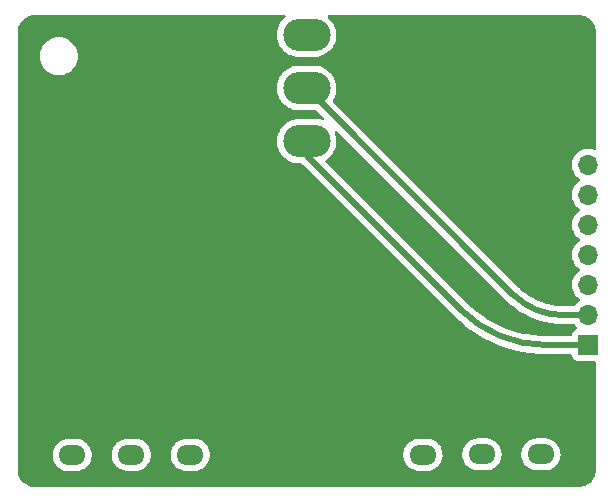
<source format=gbl>
G04 #@! TF.GenerationSoftware,KiCad,Pcbnew,(6.0.11)*
G04 #@! TF.CreationDate,2023-07-08T12:35:04+02:00*
G04 #@! TF.ProjectId,IO Board,494f2042-6f61-4726-942e-6b696361645f,rev?*
G04 #@! TF.SameCoordinates,Original*
G04 #@! TF.FileFunction,Copper,L2,Bot*
G04 #@! TF.FilePolarity,Positive*
%FSLAX46Y46*%
G04 Gerber Fmt 4.6, Leading zero omitted, Abs format (unit mm)*
G04 Created by KiCad (PCBNEW (6.0.11)) date 2023-07-08 12:35:04*
%MOMM*%
%LPD*%
G01*
G04 APERTURE LIST*
G04 #@! TA.AperFunction,ComponentPad*
%ADD10O,2.300000X1.700000*%
G04 #@! TD*
G04 #@! TA.AperFunction,ComponentPad*
%ADD11O,4.000000X2.750000*%
G04 #@! TD*
G04 #@! TA.AperFunction,ComponentPad*
%ADD12R,1.700000X1.700000*%
G04 #@! TD*
G04 #@! TA.AperFunction,ComponentPad*
%ADD13O,1.700000X1.700000*%
G04 #@! TD*
G04 #@! TA.AperFunction,Conductor*
%ADD14C,0.500000*%
G04 #@! TD*
G04 APERTURE END LIST*
D10*
X159041209Y-134686948D03*
X154049520Y-134686948D03*
X149051463Y-134712416D03*
X129345379Y-134715579D03*
X124353690Y-134715579D03*
X119355633Y-134741047D03*
D11*
X139209679Y-108155040D03*
X139209679Y-103655040D03*
X139209679Y-99155040D03*
D12*
X163017200Y-125425200D03*
D13*
X163017200Y-122885200D03*
X163017200Y-120345200D03*
X163017200Y-117805200D03*
X163017200Y-115265200D03*
X163017200Y-112725200D03*
X163017200Y-110185200D03*
D14*
X139209679Y-109390079D02*
X152252223Y-122432623D01*
X159476943Y-125425200D02*
X163017200Y-125425200D01*
X139209679Y-108155040D02*
X139209679Y-109390079D01*
X159476943Y-125425168D02*
G75*
G02*
X152252224Y-122432622I-43J10217268D01*
G01*
X156719912Y-121165273D02*
X139209679Y-103655040D01*
X163017200Y-122885200D02*
X160872184Y-122885200D01*
X156719920Y-121165265D02*
G75*
G03*
X160872184Y-122885200I4152280J4152265D01*
G01*
G04 #@! TA.AperFunction,NonConductor*
G36*
X141733173Y-107269440D02*
G01*
X141781539Y-107299581D01*
X156139617Y-121657659D01*
X156151150Y-121670925D01*
X156165317Y-121689725D01*
X156168074Y-121692560D01*
X156168079Y-121692566D01*
X156172929Y-121697553D01*
X156180177Y-121705006D01*
X156183277Y-121707481D01*
X156184493Y-121708584D01*
X156189667Y-121713047D01*
X156527237Y-122027336D01*
X156528974Y-122028735D01*
X156528980Y-122028741D01*
X156649306Y-122125706D01*
X156896025Y-122324526D01*
X157285076Y-122594649D01*
X157287011Y-122595797D01*
X157690471Y-122835183D01*
X157690482Y-122835189D01*
X157692405Y-122836330D01*
X158115938Y-123048337D01*
X158117999Y-123049191D01*
X158118004Y-123049193D01*
X158551446Y-123228732D01*
X158551456Y-123228736D01*
X158553516Y-123229589D01*
X159002910Y-123379162D01*
X159005081Y-123379716D01*
X159005084Y-123379717D01*
X159065510Y-123395140D01*
X159461829Y-123496296D01*
X159464024Y-123496692D01*
X159464033Y-123496694D01*
X159925710Y-123579991D01*
X159925717Y-123579992D01*
X159927934Y-123580392D01*
X159930173Y-123580633D01*
X159930182Y-123580634D01*
X160396607Y-123630781D01*
X160396617Y-123630782D01*
X160398852Y-123631022D01*
X160834456Y-123646580D01*
X160844333Y-123647448D01*
X160846942Y-123647649D01*
X160850869Y-123648201D01*
X160860699Y-123648338D01*
X160868221Y-123648444D01*
X160868227Y-123648444D01*
X160872182Y-123648499D01*
X160907969Y-123644485D01*
X160922013Y-123643700D01*
X161819691Y-123643700D01*
X161887812Y-123663702D01*
X161916602Y-123690795D01*
X161917187Y-123690288D01*
X162063450Y-123859138D01*
X162067430Y-123862442D01*
X162072181Y-123866387D01*
X162111816Y-123925290D01*
X162113313Y-123996271D01*
X162076197Y-124056793D01*
X162035924Y-124081312D01*
X161920495Y-124124585D01*
X161803939Y-124211939D01*
X161716585Y-124328495D01*
X161665455Y-124464884D01*
X161658700Y-124527066D01*
X161658700Y-124540700D01*
X161638698Y-124608821D01*
X161585042Y-124655314D01*
X161532700Y-124666700D01*
X159532931Y-124666700D01*
X159517140Y-124665707D01*
X159516016Y-124665565D01*
X159487597Y-124661975D01*
X159456534Y-124665021D01*
X159440440Y-124665565D01*
X159113320Y-124655682D01*
X158909621Y-124649527D01*
X158902043Y-124649069D01*
X158569563Y-124618857D01*
X158340609Y-124598053D01*
X158333053Y-124597136D01*
X157895104Y-124530483D01*
X157775705Y-124512311D01*
X157768228Y-124510941D01*
X157519200Y-124457485D01*
X157217018Y-124392619D01*
X157209629Y-124390797D01*
X156666592Y-124239417D01*
X156659332Y-124237155D01*
X156440950Y-124161797D01*
X156126409Y-124053256D01*
X156119292Y-124050557D01*
X155598441Y-123834816D01*
X155591501Y-123831692D01*
X155084650Y-123584908D01*
X155077910Y-123581371D01*
X154586869Y-123304426D01*
X154580356Y-123300489D01*
X154106928Y-122994397D01*
X154100664Y-122990073D01*
X153646587Y-122655958D01*
X153640596Y-122651264D01*
X153207534Y-122290355D01*
X153201836Y-122285308D01*
X153015977Y-122110353D01*
X152823975Y-121929614D01*
X152810781Y-121915096D01*
X152803758Y-121906042D01*
X152803754Y-121906038D01*
X152799439Y-121900475D01*
X152766780Y-121873649D01*
X152757660Y-121865379D01*
X140831838Y-109939557D01*
X140797812Y-109877245D01*
X140802877Y-109806430D01*
X140845424Y-109749594D01*
X140859744Y-109740317D01*
X140864775Y-109737522D01*
X140864778Y-109737520D01*
X140868773Y-109735301D01*
X141086062Y-109569471D01*
X141277137Y-109374011D01*
X141311109Y-109327338D01*
X141435308Y-109156707D01*
X141435311Y-109156701D01*
X141437994Y-109153016D01*
X141440116Y-109148983D01*
X141440119Y-109148978D01*
X141563139Y-108915155D01*
X141563139Y-108915154D01*
X141565265Y-108911114D01*
X141656282Y-108653374D01*
X141692427Y-108469989D01*
X141708259Y-108389667D01*
X141708260Y-108389661D01*
X141709140Y-108385195D01*
X141718465Y-108197886D01*
X141722504Y-108116763D01*
X141722504Y-108116757D01*
X141722731Y-108112194D01*
X141696770Y-107840091D01*
X141631801Y-107574585D01*
X141575660Y-107435978D01*
X141568626Y-107365331D01*
X141600903Y-107302095D01*
X141662244Y-107266349D01*
X141733173Y-107269440D01*
G37*
G04 #@! TD.AperFunction*
G04 #@! TA.AperFunction,NonConductor*
G36*
X137380598Y-97491998D02*
G01*
X137427091Y-97545654D01*
X137437195Y-97615928D01*
X137407701Y-97680508D01*
X137388920Y-97698158D01*
X137333296Y-97740609D01*
X137142221Y-97936069D01*
X137139534Y-97939761D01*
X137139532Y-97939763D01*
X136984050Y-98153373D01*
X136984047Y-98153379D01*
X136981364Y-98157064D01*
X136979242Y-98161097D01*
X136979239Y-98161102D01*
X136883063Y-98343903D01*
X136854093Y-98398966D01*
X136763076Y-98656706D01*
X136762196Y-98661172D01*
X136726034Y-98844643D01*
X136710218Y-98924885D01*
X136709991Y-98929438D01*
X136709991Y-98929441D01*
X136700666Y-99116763D01*
X136696627Y-99197886D01*
X136722588Y-99469989D01*
X136723673Y-99474423D01*
X136723674Y-99474429D01*
X136770378Y-99665292D01*
X136787557Y-99735495D01*
X136789269Y-99739721D01*
X136789270Y-99739725D01*
X136858690Y-99911114D01*
X136890172Y-99988841D01*
X136892476Y-99992776D01*
X136892478Y-99992780D01*
X136951594Y-100093741D01*
X137028285Y-100224720D01*
X137199002Y-100438191D01*
X137398747Y-100624782D01*
X137623335Y-100780584D01*
X137750180Y-100843688D01*
X137863975Y-100900301D01*
X137863978Y-100900302D01*
X137868062Y-100902334D01*
X138127800Y-100987480D01*
X138132291Y-100988260D01*
X138132292Y-100988260D01*
X138393329Y-101033584D01*
X138393337Y-101033585D01*
X138397110Y-101034240D01*
X138400947Y-101034431D01*
X138481912Y-101038462D01*
X138481920Y-101038462D01*
X138483483Y-101038540D01*
X139904113Y-101038540D01*
X139906381Y-101038375D01*
X139906393Y-101038375D01*
X140037952Y-101028829D01*
X140107301Y-101023797D01*
X140111756Y-101022813D01*
X140111759Y-101022813D01*
X140369752Y-100965854D01*
X140369756Y-100965853D01*
X140374212Y-100964869D01*
X140544636Y-100900301D01*
X140625551Y-100869645D01*
X140625554Y-100869644D01*
X140629821Y-100868027D01*
X140868773Y-100735301D01*
X141086062Y-100569471D01*
X141277137Y-100374011D01*
X141372721Y-100242692D01*
X141435308Y-100156707D01*
X141435311Y-100156701D01*
X141437994Y-100153016D01*
X141440116Y-100148983D01*
X141440119Y-100148978D01*
X141563139Y-99915155D01*
X141563139Y-99915154D01*
X141565265Y-99911114D01*
X141656282Y-99653374D01*
X141692427Y-99469989D01*
X141708259Y-99389667D01*
X141708260Y-99389661D01*
X141709140Y-99385195D01*
X141709490Y-99378166D01*
X141722504Y-99116763D01*
X141722504Y-99116757D01*
X141722731Y-99112194D01*
X141696770Y-98840091D01*
X141677226Y-98760219D01*
X141632886Y-98579019D01*
X141631801Y-98574585D01*
X141630088Y-98570355D01*
X141530899Y-98325467D01*
X141530896Y-98325461D01*
X141529186Y-98321239D01*
X141391073Y-98085360D01*
X141220356Y-97871889D01*
X141051510Y-97714162D01*
X141025722Y-97690072D01*
X140989596Y-97628953D01*
X140992248Y-97558006D01*
X141032836Y-97499756D01*
X141098474Y-97472696D01*
X141111734Y-97471996D01*
X162173923Y-97471996D01*
X162193308Y-97473496D01*
X162208141Y-97475806D01*
X162208145Y-97475806D01*
X162217014Y-97477187D01*
X162232270Y-97475192D01*
X162257592Y-97474449D01*
X162426564Y-97486533D01*
X162444355Y-97489091D01*
X162634697Y-97530496D01*
X162651936Y-97535558D01*
X162712124Y-97558006D01*
X162834442Y-97603628D01*
X162850795Y-97611096D01*
X163021753Y-97704445D01*
X163036876Y-97714164D01*
X163192807Y-97830891D01*
X163206394Y-97842664D01*
X163344125Y-97980394D01*
X163355898Y-97993980D01*
X163472632Y-98149916D01*
X163482351Y-98165040D01*
X163575698Y-98335990D01*
X163583167Y-98352344D01*
X163651238Y-98534851D01*
X163656302Y-98552099D01*
X163661194Y-98574585D01*
X163679059Y-98656706D01*
X163697706Y-98742424D01*
X163700265Y-98760219D01*
X163711837Y-98922017D01*
X163711074Y-98940388D01*
X163710977Y-98948349D01*
X163709595Y-98957221D01*
X163710759Y-98966123D01*
X163710759Y-98966125D01*
X163713722Y-98988780D01*
X163714786Y-99005118D01*
X163714786Y-108812702D01*
X163694784Y-108880823D01*
X163641128Y-108927316D01*
X163570854Y-108937420D01*
X163546727Y-108931475D01*
X163370291Y-108868996D01*
X163370283Y-108868994D01*
X163365412Y-108867269D01*
X163360319Y-108866362D01*
X163360316Y-108866361D01*
X163150573Y-108829000D01*
X163150567Y-108828999D01*
X163145484Y-108828094D01*
X163071652Y-108827192D01*
X162927281Y-108825428D01*
X162927279Y-108825428D01*
X162922111Y-108825365D01*
X162701291Y-108859155D01*
X162488956Y-108928557D01*
X162290807Y-109031707D01*
X162286674Y-109034810D01*
X162286671Y-109034812D01*
X162134616Y-109148978D01*
X162112165Y-109165835D01*
X161957829Y-109327338D01*
X161831943Y-109511880D01*
X161737888Y-109714505D01*
X161678189Y-109929770D01*
X161654451Y-110151895D01*
X161667310Y-110374915D01*
X161668447Y-110379961D01*
X161668448Y-110379967D01*
X161692504Y-110486708D01*
X161716422Y-110592839D01*
X161800466Y-110799816D01*
X161917187Y-110990288D01*
X162063450Y-111159138D01*
X162235326Y-111301832D01*
X162305795Y-111343011D01*
X162308645Y-111344676D01*
X162357369Y-111396314D01*
X162370440Y-111466097D01*
X162343709Y-111531869D01*
X162303255Y-111565227D01*
X162290807Y-111571707D01*
X162286674Y-111574810D01*
X162286671Y-111574812D01*
X162116300Y-111702730D01*
X162112165Y-111705835D01*
X161957829Y-111867338D01*
X161831943Y-112051880D01*
X161737888Y-112254505D01*
X161678189Y-112469770D01*
X161654451Y-112691895D01*
X161667310Y-112914915D01*
X161668447Y-112919961D01*
X161668448Y-112919967D01*
X161692504Y-113026708D01*
X161716422Y-113132839D01*
X161800466Y-113339816D01*
X161917187Y-113530288D01*
X162063450Y-113699138D01*
X162235326Y-113841832D01*
X162305795Y-113883011D01*
X162308645Y-113884676D01*
X162357369Y-113936314D01*
X162370440Y-114006097D01*
X162343709Y-114071869D01*
X162303255Y-114105227D01*
X162290807Y-114111707D01*
X162286674Y-114114810D01*
X162286671Y-114114812D01*
X162116300Y-114242730D01*
X162112165Y-114245835D01*
X161957829Y-114407338D01*
X161831943Y-114591880D01*
X161737888Y-114794505D01*
X161678189Y-115009770D01*
X161654451Y-115231895D01*
X161667310Y-115454915D01*
X161668447Y-115459961D01*
X161668448Y-115459967D01*
X161692504Y-115566708D01*
X161716422Y-115672839D01*
X161800466Y-115879816D01*
X161917187Y-116070288D01*
X162063450Y-116239138D01*
X162235326Y-116381832D01*
X162305795Y-116423011D01*
X162308645Y-116424676D01*
X162357369Y-116476314D01*
X162370440Y-116546097D01*
X162343709Y-116611869D01*
X162303255Y-116645227D01*
X162290807Y-116651707D01*
X162286674Y-116654810D01*
X162286671Y-116654812D01*
X162116300Y-116782730D01*
X162112165Y-116785835D01*
X161957829Y-116947338D01*
X161831943Y-117131880D01*
X161737888Y-117334505D01*
X161678189Y-117549770D01*
X161654451Y-117771895D01*
X161667310Y-117994915D01*
X161668447Y-117999961D01*
X161668448Y-117999967D01*
X161692504Y-118106708D01*
X161716422Y-118212839D01*
X161800466Y-118419816D01*
X161917187Y-118610288D01*
X162063450Y-118779138D01*
X162235326Y-118921832D01*
X162305795Y-118963011D01*
X162308645Y-118964676D01*
X162357369Y-119016314D01*
X162370440Y-119086097D01*
X162343709Y-119151869D01*
X162303255Y-119185227D01*
X162290807Y-119191707D01*
X162286674Y-119194810D01*
X162286671Y-119194812D01*
X162116300Y-119322730D01*
X162112165Y-119325835D01*
X161957829Y-119487338D01*
X161831943Y-119671880D01*
X161737888Y-119874505D01*
X161678189Y-120089770D01*
X161654451Y-120311895D01*
X161667310Y-120534915D01*
X161668447Y-120539961D01*
X161668448Y-120539967D01*
X161681535Y-120598035D01*
X161716422Y-120752839D01*
X161800466Y-120959816D01*
X161917187Y-121150288D01*
X162063450Y-121319138D01*
X162235326Y-121461832D01*
X162305795Y-121503011D01*
X162308645Y-121504676D01*
X162357369Y-121556314D01*
X162370440Y-121626097D01*
X162343709Y-121691869D01*
X162303255Y-121725227D01*
X162290807Y-121731707D01*
X162286674Y-121734810D01*
X162286671Y-121734812D01*
X162116300Y-121862730D01*
X162112165Y-121865835D01*
X161957829Y-122027338D01*
X161927563Y-122071707D01*
X161872655Y-122116707D01*
X161823477Y-122126700D01*
X160928169Y-122126700D01*
X160912377Y-122125706D01*
X160909226Y-122125308D01*
X160882843Y-122121975D01*
X160875835Y-122122662D01*
X160875824Y-122122662D01*
X160853997Y-122124803D01*
X160836760Y-122125308D01*
X160665815Y-122118591D01*
X160475920Y-122111129D01*
X160466057Y-122110353D01*
X160271599Y-122087338D01*
X160077129Y-122064320D01*
X160067382Y-122062776D01*
X159683262Y-121986368D01*
X159673655Y-121984062D01*
X159456698Y-121922873D01*
X159296735Y-121877758D01*
X159287326Y-121874701D01*
X158919905Y-121739151D01*
X158910765Y-121735365D01*
X158654005Y-121616997D01*
X158555109Y-121571405D01*
X158546306Y-121566919D01*
X158204605Y-121375556D01*
X158196174Y-121370390D01*
X158113623Y-121315231D01*
X157870545Y-121152811D01*
X157862556Y-121147007D01*
X157554993Y-120904543D01*
X157547470Y-120898117D01*
X157395488Y-120757625D01*
X157290795Y-120660847D01*
X157276766Y-120645551D01*
X157271444Y-120638690D01*
X157267130Y-120633128D01*
X157234474Y-120606304D01*
X157225355Y-120598035D01*
X141447742Y-104820422D01*
X141413716Y-104758110D01*
X141418781Y-104687295D01*
X141433074Y-104660699D01*
X141432893Y-104660586D01*
X141434660Y-104657747D01*
X141434969Y-104657172D01*
X141435306Y-104656709D01*
X141437994Y-104653016D01*
X141565265Y-104411114D01*
X141656282Y-104153374D01*
X141692427Y-103969989D01*
X141708259Y-103889667D01*
X141708260Y-103889661D01*
X141709140Y-103885195D01*
X141718465Y-103697886D01*
X141722504Y-103616763D01*
X141722504Y-103616757D01*
X141722731Y-103612194D01*
X141696770Y-103340091D01*
X141631801Y-103074585D01*
X141562411Y-102903267D01*
X141530899Y-102825467D01*
X141530896Y-102825461D01*
X141529186Y-102821239D01*
X141391073Y-102585360D01*
X141250939Y-102410131D01*
X141223208Y-102375455D01*
X141223207Y-102375453D01*
X141220356Y-102371889D01*
X141020611Y-102185298D01*
X140796023Y-102029496D01*
X140620256Y-101942053D01*
X140555383Y-101909779D01*
X140555380Y-101909778D01*
X140551296Y-101907746D01*
X140291558Y-101822600D01*
X140287066Y-101821820D01*
X140026029Y-101776496D01*
X140026021Y-101776495D01*
X140022248Y-101775840D01*
X140010917Y-101775276D01*
X139937446Y-101771618D01*
X139937438Y-101771618D01*
X139935875Y-101771540D01*
X138515245Y-101771540D01*
X138512977Y-101771705D01*
X138512965Y-101771705D01*
X138381406Y-101781251D01*
X138312057Y-101786283D01*
X138307602Y-101787267D01*
X138307599Y-101787267D01*
X138049606Y-101844226D01*
X138049602Y-101844227D01*
X138045146Y-101845211D01*
X137917342Y-101893632D01*
X137793807Y-101940435D01*
X137793804Y-101940436D01*
X137789537Y-101942053D01*
X137550585Y-102074779D01*
X137333296Y-102240609D01*
X137142221Y-102436069D01*
X137139534Y-102439761D01*
X137139532Y-102439763D01*
X136984050Y-102653373D01*
X136984047Y-102653379D01*
X136981364Y-102657064D01*
X136979242Y-102661097D01*
X136979239Y-102661102D01*
X136894987Y-102821239D01*
X136854093Y-102898966D01*
X136763076Y-103156706D01*
X136762196Y-103161172D01*
X136726034Y-103344643D01*
X136710218Y-103424885D01*
X136709991Y-103429438D01*
X136709991Y-103429441D01*
X136700666Y-103616763D01*
X136696627Y-103697886D01*
X136722588Y-103969989D01*
X136787557Y-104235495D01*
X136789269Y-104239721D01*
X136789270Y-104239725D01*
X136858690Y-104411114D01*
X136890172Y-104488841D01*
X137028285Y-104724720D01*
X137199002Y-104938191D01*
X137398747Y-105124782D01*
X137623335Y-105280584D01*
X137750180Y-105343688D01*
X137863975Y-105400301D01*
X137863978Y-105400302D01*
X137868062Y-105402334D01*
X138127800Y-105487480D01*
X138132291Y-105488260D01*
X138132292Y-105488260D01*
X138393329Y-105533584D01*
X138393337Y-105533585D01*
X138397110Y-105534240D01*
X138400947Y-105534431D01*
X138481912Y-105538462D01*
X138481920Y-105538462D01*
X138483483Y-105538540D01*
X139904113Y-105538540D01*
X139926114Y-105536944D01*
X139955158Y-105534837D01*
X140024548Y-105549858D01*
X140053370Y-105571412D01*
X140681738Y-106199780D01*
X140715764Y-106262092D01*
X140710699Y-106332907D01*
X140668152Y-106389743D01*
X140601632Y-106414554D01*
X140551688Y-106406550D01*
X140551296Y-106407746D01*
X140291558Y-106322600D01*
X140287066Y-106321820D01*
X140026029Y-106276496D01*
X140026021Y-106276495D01*
X140022248Y-106275840D01*
X140010917Y-106275276D01*
X139937446Y-106271618D01*
X139937438Y-106271618D01*
X139935875Y-106271540D01*
X138515245Y-106271540D01*
X138512977Y-106271705D01*
X138512965Y-106271705D01*
X138381406Y-106281251D01*
X138312057Y-106286283D01*
X138307602Y-106287267D01*
X138307599Y-106287267D01*
X138049606Y-106344226D01*
X138049602Y-106344227D01*
X138045146Y-106345211D01*
X137927606Y-106389743D01*
X137793807Y-106440435D01*
X137793804Y-106440436D01*
X137789537Y-106442053D01*
X137550585Y-106574779D01*
X137333296Y-106740609D01*
X137142221Y-106936069D01*
X137139534Y-106939761D01*
X137139532Y-106939763D01*
X136984050Y-107153373D01*
X136984047Y-107153379D01*
X136981364Y-107157064D01*
X136979242Y-107161097D01*
X136979239Y-107161102D01*
X136923866Y-107266349D01*
X136854093Y-107398966D01*
X136763076Y-107656706D01*
X136762196Y-107661172D01*
X136726034Y-107844643D01*
X136710218Y-107924885D01*
X136709991Y-107929438D01*
X136709991Y-107929441D01*
X136700666Y-108116763D01*
X136696627Y-108197886D01*
X136722588Y-108469989D01*
X136787557Y-108735495D01*
X136789269Y-108739721D01*
X136789270Y-108739725D01*
X136871134Y-108941838D01*
X136890172Y-108988841D01*
X137028285Y-109224720D01*
X137199002Y-109438191D01*
X137398747Y-109624782D01*
X137623335Y-109780584D01*
X137705439Y-109821430D01*
X137863975Y-109900301D01*
X137863978Y-109900302D01*
X137868062Y-109902334D01*
X138127800Y-109987480D01*
X138132291Y-109988260D01*
X138132292Y-109988260D01*
X138393329Y-110033584D01*
X138393337Y-110033585D01*
X138397110Y-110034240D01*
X138400947Y-110034431D01*
X138481912Y-110038462D01*
X138481920Y-110038462D01*
X138483483Y-110038540D01*
X138733269Y-110038540D01*
X138801390Y-110058542D01*
X138822364Y-110075445D01*
X151671934Y-122925015D01*
X151683466Y-122938280D01*
X151697631Y-122957077D01*
X151712491Y-122972359D01*
X151715587Y-122974830D01*
X151718523Y-122977493D01*
X151718482Y-122977538D01*
X151720824Y-122979576D01*
X151985273Y-123229589D01*
X152160383Y-123395140D01*
X152403053Y-123600055D01*
X152629617Y-123791370D01*
X152629631Y-123791381D01*
X152630956Y-123792500D01*
X152719503Y-123859138D01*
X153079379Y-124129971D01*
X153123069Y-124162851D01*
X153635174Y-124505026D01*
X154165659Y-124817948D01*
X154712855Y-125100634D01*
X155275040Y-125352193D01*
X155850446Y-125571835D01*
X155852120Y-125572368D01*
X155852127Y-125572371D01*
X156175053Y-125675295D01*
X156437263Y-125758867D01*
X156438977Y-125759309D01*
X156438980Y-125759310D01*
X157031936Y-125912263D01*
X157031947Y-125912265D01*
X157033643Y-125912703D01*
X157637710Y-126032857D01*
X157964416Y-126078979D01*
X158245829Y-126118707D01*
X158245832Y-126118707D01*
X158247565Y-126118952D01*
X158249309Y-126119099D01*
X158249317Y-126119100D01*
X158753959Y-126161664D01*
X158861287Y-126170716D01*
X158863059Y-126170766D01*
X158863064Y-126170766D01*
X159441378Y-126186990D01*
X159447756Y-126187521D01*
X159447769Y-126187347D01*
X159451713Y-126187650D01*
X159455633Y-126188201D01*
X159465463Y-126188338D01*
X159472985Y-126188444D01*
X159472991Y-126188444D01*
X159476946Y-126188499D01*
X159512730Y-126184485D01*
X159526776Y-126183700D01*
X161532700Y-126183700D01*
X161600821Y-126203702D01*
X161647314Y-126257358D01*
X161658700Y-126309700D01*
X161658700Y-126323334D01*
X161665455Y-126385516D01*
X161716585Y-126521905D01*
X161803939Y-126638461D01*
X161920495Y-126725815D01*
X162056884Y-126776945D01*
X162119066Y-126783700D01*
X163588786Y-126783700D01*
X163656907Y-126803702D01*
X163703400Y-126857358D01*
X163714786Y-126909700D01*
X163714786Y-135914130D01*
X163713286Y-135933515D01*
X163710976Y-135948348D01*
X163710976Y-135948352D01*
X163709595Y-135957221D01*
X163711462Y-135971497D01*
X163711590Y-135972473D01*
X163712333Y-135997799D01*
X163700249Y-136166767D01*
X163700248Y-136166775D01*
X163697690Y-136184561D01*
X163656287Y-136374889D01*
X163651224Y-136392135D01*
X163583150Y-136574649D01*
X163575684Y-136590996D01*
X163482334Y-136761953D01*
X163472615Y-136777076D01*
X163355890Y-136933002D01*
X163344117Y-136946589D01*
X163206383Y-137084322D01*
X163192796Y-137096094D01*
X163036866Y-137212822D01*
X163021746Y-137222539D01*
X162850788Y-137315887D01*
X162834436Y-137323355D01*
X162743186Y-137357389D01*
X162651931Y-137391426D01*
X162634692Y-137396487D01*
X162444353Y-137437891D01*
X162426562Y-137440449D01*
X162264641Y-137452029D01*
X162246882Y-137451291D01*
X162238443Y-137451187D01*
X162229566Y-137449805D01*
X162220663Y-137450969D01*
X162220656Y-137450969D01*
X162197996Y-137453932D01*
X162181660Y-137454996D01*
X116272656Y-137454996D01*
X116253269Y-137453496D01*
X116238437Y-137451186D01*
X116238434Y-137451186D01*
X116229566Y-137449805D01*
X116214309Y-137451800D01*
X116188989Y-137452543D01*
X116020009Y-137440455D01*
X116002226Y-137437898D01*
X115871262Y-137409408D01*
X115811892Y-137396492D01*
X115794650Y-137391430D01*
X115612135Y-137323354D01*
X115595795Y-137315891D01*
X115595788Y-137315887D01*
X115424836Y-137222539D01*
X115409726Y-137212829D01*
X115253781Y-137096089D01*
X115240202Y-137084322D01*
X115102470Y-136946589D01*
X115090697Y-136933002D01*
X114973972Y-136777073D01*
X114964253Y-136761950D01*
X114870904Y-136590994D01*
X114863436Y-136574641D01*
X114795369Y-136392144D01*
X114790304Y-136374895D01*
X114748900Y-136184561D01*
X114746342Y-136166767D01*
X114740524Y-136085418D01*
X114734759Y-136004814D01*
X114735491Y-135987214D01*
X114735596Y-135978644D01*
X114736977Y-135969773D01*
X114732850Y-135938211D01*
X114731786Y-135921876D01*
X114731786Y-134676821D01*
X117693735Y-134676821D01*
X117702384Y-134907205D01*
X117749726Y-135132838D01*
X117751684Y-135137797D01*
X117751685Y-135137799D01*
X117824904Y-135323199D01*
X117834409Y-135347268D01*
X117837176Y-135351827D01*
X117837177Y-135351830D01*
X117869688Y-135405406D01*
X117954010Y-135544364D01*
X117957507Y-135548394D01*
X118076766Y-135685828D01*
X118105110Y-135718492D01*
X118146570Y-135752487D01*
X118279260Y-135861287D01*
X118279266Y-135861291D01*
X118283388Y-135864671D01*
X118288024Y-135867310D01*
X118288027Y-135867312D01*
X118434363Y-135950611D01*
X118483747Y-135978722D01*
X118700458Y-136057384D01*
X118705707Y-136058333D01*
X118705710Y-136058334D01*
X118923241Y-136097670D01*
X118923248Y-136097671D01*
X118927325Y-136098408D01*
X118945047Y-136099244D01*
X118949989Y-136099477D01*
X118949996Y-136099477D01*
X118951477Y-136099547D01*
X119713523Y-136099547D01*
X119780442Y-136093869D01*
X119880042Y-136085418D01*
X119880046Y-136085417D01*
X119885353Y-136084967D01*
X119890508Y-136083629D01*
X119890514Y-136083628D01*
X120103336Y-136028390D01*
X120103340Y-136028389D01*
X120108505Y-136027048D01*
X120113371Y-136024856D01*
X120113374Y-136024855D01*
X120268278Y-135955076D01*
X120318708Y-135932359D01*
X120509952Y-135803606D01*
X120533526Y-135781118D01*
X120622321Y-135696411D01*
X120676768Y-135644471D01*
X120814387Y-135459505D01*
X120831362Y-135426119D01*
X120898956Y-135293169D01*
X120918873Y-135253996D01*
X120927764Y-135225365D01*
X120985657Y-135038918D01*
X120987240Y-135033820D01*
X120990359Y-135010287D01*
X121016831Y-134810558D01*
X121016831Y-134810553D01*
X121017531Y-134805273D01*
X121015699Y-134756459D01*
X121011753Y-134651353D01*
X122691792Y-134651353D01*
X122700441Y-134881737D01*
X122747783Y-135107370D01*
X122749741Y-135112329D01*
X122749742Y-135112331D01*
X122822961Y-135297731D01*
X122832466Y-135321800D01*
X122835233Y-135326359D01*
X122835234Y-135326362D01*
X122880314Y-135400651D01*
X122952067Y-135518896D01*
X122955564Y-135522926D01*
X123096923Y-135685828D01*
X123103167Y-135693024D01*
X123138358Y-135721879D01*
X123277317Y-135835819D01*
X123277323Y-135835823D01*
X123281445Y-135839203D01*
X123286081Y-135841842D01*
X123286084Y-135841844D01*
X123434707Y-135926445D01*
X123481804Y-135953254D01*
X123698515Y-136031916D01*
X123703764Y-136032865D01*
X123703767Y-136032866D01*
X123921298Y-136072202D01*
X123921305Y-136072203D01*
X123925382Y-136072940D01*
X123943104Y-136073776D01*
X123948046Y-136074009D01*
X123948053Y-136074009D01*
X123949534Y-136074079D01*
X124711580Y-136074079D01*
X124778499Y-136068401D01*
X124878099Y-136059950D01*
X124878103Y-136059949D01*
X124883410Y-136059499D01*
X124888565Y-136058161D01*
X124888571Y-136058160D01*
X125101393Y-136002922D01*
X125101397Y-136002921D01*
X125106562Y-136001580D01*
X125111428Y-135999388D01*
X125111431Y-135999387D01*
X125311892Y-135909086D01*
X125316765Y-135906891D01*
X125508009Y-135778138D01*
X125515184Y-135771294D01*
X125601459Y-135688991D01*
X125674825Y-135619003D01*
X125812444Y-135434037D01*
X125829419Y-135400651D01*
X125903981Y-135253996D01*
X125916930Y-135228528D01*
X125925821Y-135199897D01*
X125983714Y-135013450D01*
X125985297Y-135008352D01*
X125998703Y-134907205D01*
X126014888Y-134785090D01*
X126014888Y-134785085D01*
X126015588Y-134779805D01*
X126010766Y-134651353D01*
X127683481Y-134651353D01*
X127692130Y-134881737D01*
X127739472Y-135107370D01*
X127741430Y-135112329D01*
X127741431Y-135112331D01*
X127814650Y-135297731D01*
X127824155Y-135321800D01*
X127826922Y-135326359D01*
X127826923Y-135326362D01*
X127872003Y-135400651D01*
X127943756Y-135518896D01*
X127947253Y-135522926D01*
X128088612Y-135685828D01*
X128094856Y-135693024D01*
X128130047Y-135721879D01*
X128269006Y-135835819D01*
X128269012Y-135835823D01*
X128273134Y-135839203D01*
X128277770Y-135841842D01*
X128277773Y-135841844D01*
X128426396Y-135926445D01*
X128473493Y-135953254D01*
X128690204Y-136031916D01*
X128695453Y-136032865D01*
X128695456Y-136032866D01*
X128912987Y-136072202D01*
X128912994Y-136072203D01*
X128917071Y-136072940D01*
X128934793Y-136073776D01*
X128939735Y-136074009D01*
X128939742Y-136074009D01*
X128941223Y-136074079D01*
X129703269Y-136074079D01*
X129770188Y-136068401D01*
X129869788Y-136059950D01*
X129869792Y-136059949D01*
X129875099Y-136059499D01*
X129880254Y-136058161D01*
X129880260Y-136058160D01*
X130093082Y-136002922D01*
X130093086Y-136002921D01*
X130098251Y-136001580D01*
X130103117Y-135999388D01*
X130103120Y-135999387D01*
X130303581Y-135909086D01*
X130308454Y-135906891D01*
X130499698Y-135778138D01*
X130506873Y-135771294D01*
X130593148Y-135688991D01*
X130666514Y-135619003D01*
X130804133Y-135434037D01*
X130821108Y-135400651D01*
X130895670Y-135253996D01*
X130908619Y-135228528D01*
X130917510Y-135199897D01*
X130975403Y-135013450D01*
X130976986Y-135008352D01*
X130990392Y-134907205D01*
X131006577Y-134785090D01*
X131006577Y-134785085D01*
X131007277Y-134779805D01*
X131002336Y-134648190D01*
X147389565Y-134648190D01*
X147398214Y-134878574D01*
X147445556Y-135104207D01*
X147530239Y-135318637D01*
X147533006Y-135323196D01*
X147533007Y-135323199D01*
X147600945Y-135435156D01*
X147649840Y-135515733D01*
X147653337Y-135519763D01*
X147761553Y-135644471D01*
X147800940Y-135689861D01*
X147830939Y-135714459D01*
X147975090Y-135832656D01*
X147975096Y-135832660D01*
X147979218Y-135836040D01*
X147983854Y-135838679D01*
X147983857Y-135838681D01*
X148128071Y-135920772D01*
X148179577Y-135950091D01*
X148396288Y-136028753D01*
X148401537Y-136029702D01*
X148401540Y-136029703D01*
X148619071Y-136069039D01*
X148619078Y-136069040D01*
X148623155Y-136069777D01*
X148640877Y-136070613D01*
X148645819Y-136070846D01*
X148645826Y-136070846D01*
X148647307Y-136070916D01*
X149409353Y-136070916D01*
X149476272Y-136065238D01*
X149575872Y-136056787D01*
X149575876Y-136056786D01*
X149581183Y-136056336D01*
X149586338Y-136054998D01*
X149586344Y-136054997D01*
X149799166Y-135999759D01*
X149799170Y-135999758D01*
X149804335Y-135998417D01*
X149809201Y-135996225D01*
X149809204Y-135996224D01*
X149964108Y-135926445D01*
X150014538Y-135903728D01*
X150205782Y-135774975D01*
X150229356Y-135752487D01*
X150291454Y-135693248D01*
X150372598Y-135615840D01*
X150510217Y-135430874D01*
X150552725Y-135347268D01*
X150582754Y-135288204D01*
X150614703Y-135225365D01*
X150650784Y-135109168D01*
X150681487Y-135010287D01*
X150683070Y-135005189D01*
X150685770Y-134984819D01*
X150712661Y-134781927D01*
X150712661Y-134781922D01*
X150713361Y-134776642D01*
X150707583Y-134622722D01*
X152387622Y-134622722D01*
X152387822Y-134628051D01*
X152387822Y-134628053D01*
X152389653Y-134676821D01*
X152396271Y-134853106D01*
X152443613Y-135078739D01*
X152445571Y-135083698D01*
X152445572Y-135083700D01*
X152514704Y-135258751D01*
X152528296Y-135293169D01*
X152531063Y-135297728D01*
X152531064Y-135297731D01*
X152548438Y-135326362D01*
X152647897Y-135490265D01*
X152651394Y-135494295D01*
X152781710Y-135644471D01*
X152798997Y-135664393D01*
X152833915Y-135693024D01*
X152973147Y-135807188D01*
X152973153Y-135807192D01*
X152977275Y-135810572D01*
X152981911Y-135813211D01*
X152981914Y-135813213D01*
X153072313Y-135864671D01*
X153177634Y-135924623D01*
X153394345Y-136003285D01*
X153399594Y-136004234D01*
X153399597Y-136004235D01*
X153617128Y-136043571D01*
X153617135Y-136043572D01*
X153621212Y-136044309D01*
X153638934Y-136045145D01*
X153643876Y-136045378D01*
X153643883Y-136045378D01*
X153645364Y-136045448D01*
X154407410Y-136045448D01*
X154474329Y-136039770D01*
X154573929Y-136031319D01*
X154573933Y-136031318D01*
X154579240Y-136030868D01*
X154584395Y-136029530D01*
X154584401Y-136029529D01*
X154797223Y-135974291D01*
X154797227Y-135974290D01*
X154802392Y-135972949D01*
X154807258Y-135970757D01*
X154807261Y-135970756D01*
X155007722Y-135880455D01*
X155012595Y-135878260D01*
X155203839Y-135749507D01*
X155262814Y-135693248D01*
X155340642Y-135619003D01*
X155370655Y-135590372D01*
X155508274Y-135405406D01*
X155535514Y-135351830D01*
X155582837Y-135258751D01*
X155612760Y-135199897D01*
X155640933Y-135109168D01*
X155679544Y-134984819D01*
X155681127Y-134979721D01*
X155681828Y-134974432D01*
X155710718Y-134756459D01*
X155710718Y-134756454D01*
X155711418Y-134751174D01*
X155706596Y-134622722D01*
X157379311Y-134622722D01*
X157379511Y-134628051D01*
X157379511Y-134628053D01*
X157381342Y-134676821D01*
X157387960Y-134853106D01*
X157435302Y-135078739D01*
X157437260Y-135083698D01*
X157437261Y-135083700D01*
X157506393Y-135258751D01*
X157519985Y-135293169D01*
X157522752Y-135297728D01*
X157522753Y-135297731D01*
X157540127Y-135326362D01*
X157639586Y-135490265D01*
X157643083Y-135494295D01*
X157773399Y-135644471D01*
X157790686Y-135664393D01*
X157825604Y-135693024D01*
X157964836Y-135807188D01*
X157964842Y-135807192D01*
X157968964Y-135810572D01*
X157973600Y-135813211D01*
X157973603Y-135813213D01*
X158064002Y-135864671D01*
X158169323Y-135924623D01*
X158386034Y-136003285D01*
X158391283Y-136004234D01*
X158391286Y-136004235D01*
X158608817Y-136043571D01*
X158608824Y-136043572D01*
X158612901Y-136044309D01*
X158630623Y-136045145D01*
X158635565Y-136045378D01*
X158635572Y-136045378D01*
X158637053Y-136045448D01*
X159399099Y-136045448D01*
X159466018Y-136039770D01*
X159565618Y-136031319D01*
X159565622Y-136031318D01*
X159570929Y-136030868D01*
X159576084Y-136029530D01*
X159576090Y-136029529D01*
X159788912Y-135974291D01*
X159788916Y-135974290D01*
X159794081Y-135972949D01*
X159798947Y-135970757D01*
X159798950Y-135970756D01*
X159999411Y-135880455D01*
X160004284Y-135878260D01*
X160195528Y-135749507D01*
X160254503Y-135693248D01*
X160332331Y-135619003D01*
X160362344Y-135590372D01*
X160499963Y-135405406D01*
X160527203Y-135351830D01*
X160574526Y-135258751D01*
X160604449Y-135199897D01*
X160632622Y-135109168D01*
X160671233Y-134984819D01*
X160672816Y-134979721D01*
X160673517Y-134974432D01*
X160702407Y-134756459D01*
X160702407Y-134756454D01*
X160703107Y-134751174D01*
X160694458Y-134520790D01*
X160647116Y-134295157D01*
X160572491Y-134106195D01*
X160564394Y-134085692D01*
X160564393Y-134085690D01*
X160562433Y-134080727D01*
X160530040Y-134027344D01*
X160445599Y-133888191D01*
X160442832Y-133883631D01*
X160406621Y-133841901D01*
X160295232Y-133713536D01*
X160295230Y-133713534D01*
X160291732Y-133709503D01*
X160250179Y-133675432D01*
X160117582Y-133566708D01*
X160117576Y-133566704D01*
X160113454Y-133563324D01*
X160108818Y-133560685D01*
X160108815Y-133560683D01*
X159917738Y-133451916D01*
X159913095Y-133449273D01*
X159696384Y-133370611D01*
X159691135Y-133369662D01*
X159691132Y-133369661D01*
X159473601Y-133330325D01*
X159473594Y-133330324D01*
X159469517Y-133329587D01*
X159451795Y-133328751D01*
X159446853Y-133328518D01*
X159446846Y-133328518D01*
X159445365Y-133328448D01*
X158683319Y-133328448D01*
X158616400Y-133334126D01*
X158516800Y-133342577D01*
X158516796Y-133342578D01*
X158511489Y-133343028D01*
X158506334Y-133344366D01*
X158506328Y-133344367D01*
X158293506Y-133399605D01*
X158293502Y-133399606D01*
X158288337Y-133400947D01*
X158283471Y-133403139D01*
X158283468Y-133403140D01*
X158175189Y-133451916D01*
X158078134Y-133495636D01*
X157886890Y-133624389D01*
X157883033Y-133628068D01*
X157883031Y-133628070D01*
X157860193Y-133649857D01*
X157720074Y-133783524D01*
X157582455Y-133968490D01*
X157580039Y-133973241D01*
X157580037Y-133973245D01*
X157552532Y-134027344D01*
X157477969Y-134173999D01*
X157476387Y-134179093D01*
X157476386Y-134179096D01*
X157429837Y-134329007D01*
X157409602Y-134394175D01*
X157408901Y-134399464D01*
X157385651Y-134574889D01*
X157379311Y-134622722D01*
X155706596Y-134622722D01*
X155702769Y-134520790D01*
X155655427Y-134295157D01*
X155580802Y-134106195D01*
X155572705Y-134085692D01*
X155572704Y-134085690D01*
X155570744Y-134080727D01*
X155538351Y-134027344D01*
X155453910Y-133888191D01*
X155451143Y-133883631D01*
X155414932Y-133841901D01*
X155303543Y-133713536D01*
X155303541Y-133713534D01*
X155300043Y-133709503D01*
X155258490Y-133675432D01*
X155125893Y-133566708D01*
X155125887Y-133566704D01*
X155121765Y-133563324D01*
X155117129Y-133560685D01*
X155117126Y-133560683D01*
X154926049Y-133451916D01*
X154921406Y-133449273D01*
X154704695Y-133370611D01*
X154699446Y-133369662D01*
X154699443Y-133369661D01*
X154481912Y-133330325D01*
X154481905Y-133330324D01*
X154477828Y-133329587D01*
X154460106Y-133328751D01*
X154455164Y-133328518D01*
X154455157Y-133328518D01*
X154453676Y-133328448D01*
X153691630Y-133328448D01*
X153624711Y-133334126D01*
X153525111Y-133342577D01*
X153525107Y-133342578D01*
X153519800Y-133343028D01*
X153514645Y-133344366D01*
X153514639Y-133344367D01*
X153301817Y-133399605D01*
X153301813Y-133399606D01*
X153296648Y-133400947D01*
X153291782Y-133403139D01*
X153291779Y-133403140D01*
X153183500Y-133451916D01*
X153086445Y-133495636D01*
X152895201Y-133624389D01*
X152891344Y-133628068D01*
X152891342Y-133628070D01*
X152868504Y-133649857D01*
X152728385Y-133783524D01*
X152590766Y-133968490D01*
X152588350Y-133973241D01*
X152588348Y-133973245D01*
X152560843Y-134027344D01*
X152486280Y-134173999D01*
X152484698Y-134179093D01*
X152484697Y-134179096D01*
X152438148Y-134329007D01*
X152417913Y-134394175D01*
X152417212Y-134399464D01*
X152393962Y-134574889D01*
X152387622Y-134622722D01*
X150707583Y-134622722D01*
X150704712Y-134546258D01*
X150657370Y-134320625D01*
X150609522Y-134199467D01*
X150574648Y-134111160D01*
X150574647Y-134111158D01*
X150572687Y-134106195D01*
X150560246Y-134085692D01*
X150455853Y-133913659D01*
X150453086Y-133909099D01*
X150365770Y-133808476D01*
X150305486Y-133739004D01*
X150305484Y-133739002D01*
X150301986Y-133734971D01*
X150260433Y-133700900D01*
X150127836Y-133592176D01*
X150127830Y-133592172D01*
X150123708Y-133588792D01*
X150119072Y-133586153D01*
X150119069Y-133586151D01*
X149927992Y-133477384D01*
X149923349Y-133474741D01*
X149706638Y-133396079D01*
X149701389Y-133395130D01*
X149701386Y-133395129D01*
X149483855Y-133355793D01*
X149483848Y-133355792D01*
X149479771Y-133355055D01*
X149462049Y-133354219D01*
X149457107Y-133353986D01*
X149457100Y-133353986D01*
X149455619Y-133353916D01*
X148693573Y-133353916D01*
X148645171Y-133358023D01*
X148527054Y-133368045D01*
X148527050Y-133368046D01*
X148521743Y-133368496D01*
X148516588Y-133369834D01*
X148516582Y-133369835D01*
X148303760Y-133425073D01*
X148303756Y-133425074D01*
X148298591Y-133426415D01*
X148293725Y-133428607D01*
X148293722Y-133428608D01*
X148188334Y-133476082D01*
X148088388Y-133521104D01*
X147897144Y-133649857D01*
X147893287Y-133653536D01*
X147893285Y-133653538D01*
X147834619Y-133709503D01*
X147730328Y-133808992D01*
X147592709Y-133993958D01*
X147590293Y-133998709D01*
X147590291Y-133998713D01*
X147550913Y-134076165D01*
X147488223Y-134199467D01*
X147486641Y-134204561D01*
X147486640Y-134204564D01*
X147447999Y-134329007D01*
X147419856Y-134419643D01*
X147419155Y-134424932D01*
X147392234Y-134628053D01*
X147389565Y-134648190D01*
X131002336Y-134648190D01*
X130998628Y-134549421D01*
X130951286Y-134323788D01*
X130866603Y-134109358D01*
X130861916Y-134101633D01*
X130749769Y-133916822D01*
X130747002Y-133912262D01*
X130682234Y-133837623D01*
X130599402Y-133742167D01*
X130599400Y-133742165D01*
X130595902Y-133738134D01*
X130519524Y-133675508D01*
X130421752Y-133595339D01*
X130421746Y-133595335D01*
X130417624Y-133591955D01*
X130412988Y-133589316D01*
X130412985Y-133589314D01*
X130221908Y-133480547D01*
X130217265Y-133477904D01*
X130000554Y-133399242D01*
X129995305Y-133398293D01*
X129995302Y-133398292D01*
X129777771Y-133358956D01*
X129777764Y-133358955D01*
X129773687Y-133358218D01*
X129755965Y-133357382D01*
X129751023Y-133357149D01*
X129751016Y-133357149D01*
X129749535Y-133357079D01*
X128987489Y-133357079D01*
X128920570Y-133362757D01*
X128820970Y-133371208D01*
X128820966Y-133371209D01*
X128815659Y-133371659D01*
X128810504Y-133372997D01*
X128810498Y-133372998D01*
X128597676Y-133428236D01*
X128597672Y-133428237D01*
X128592507Y-133429578D01*
X128587641Y-133431770D01*
X128587638Y-133431771D01*
X128479359Y-133480547D01*
X128382304Y-133524267D01*
X128191060Y-133653020D01*
X128187203Y-133656699D01*
X128187201Y-133656701D01*
X128164363Y-133678488D01*
X128024244Y-133812155D01*
X127886625Y-133997121D01*
X127884209Y-134001872D01*
X127884207Y-134001876D01*
X127841593Y-134085692D01*
X127782139Y-134202630D01*
X127780557Y-134207724D01*
X127780556Y-134207727D01*
X127724245Y-134389077D01*
X127713772Y-134422806D01*
X127713071Y-134428095D01*
X127684601Y-134642905D01*
X127683481Y-134651353D01*
X126010766Y-134651353D01*
X126006939Y-134549421D01*
X125959597Y-134323788D01*
X125874914Y-134109358D01*
X125870227Y-134101633D01*
X125758080Y-133916822D01*
X125755313Y-133912262D01*
X125690545Y-133837623D01*
X125607713Y-133742167D01*
X125607711Y-133742165D01*
X125604213Y-133738134D01*
X125527835Y-133675508D01*
X125430063Y-133595339D01*
X125430057Y-133595335D01*
X125425935Y-133591955D01*
X125421299Y-133589316D01*
X125421296Y-133589314D01*
X125230219Y-133480547D01*
X125225576Y-133477904D01*
X125008865Y-133399242D01*
X125003616Y-133398293D01*
X125003613Y-133398292D01*
X124786082Y-133358956D01*
X124786075Y-133358955D01*
X124781998Y-133358218D01*
X124764276Y-133357382D01*
X124759334Y-133357149D01*
X124759327Y-133357149D01*
X124757846Y-133357079D01*
X123995800Y-133357079D01*
X123928881Y-133362757D01*
X123829281Y-133371208D01*
X123829277Y-133371209D01*
X123823970Y-133371659D01*
X123818815Y-133372997D01*
X123818809Y-133372998D01*
X123605987Y-133428236D01*
X123605983Y-133428237D01*
X123600818Y-133429578D01*
X123595952Y-133431770D01*
X123595949Y-133431771D01*
X123487670Y-133480547D01*
X123390615Y-133524267D01*
X123199371Y-133653020D01*
X123195514Y-133656699D01*
X123195512Y-133656701D01*
X123172674Y-133678488D01*
X123032555Y-133812155D01*
X122894936Y-133997121D01*
X122892520Y-134001872D01*
X122892518Y-134001876D01*
X122849904Y-134085692D01*
X122790450Y-134202630D01*
X122788868Y-134207724D01*
X122788867Y-134207727D01*
X122732556Y-134389077D01*
X122722083Y-134422806D01*
X122721382Y-134428095D01*
X122692912Y-134642905D01*
X122691792Y-134651353D01*
X121011753Y-134651353D01*
X121009082Y-134580220D01*
X121008882Y-134574889D01*
X120961540Y-134349256D01*
X120902385Y-134199467D01*
X120878818Y-134139791D01*
X120878817Y-134139789D01*
X120876857Y-134134826D01*
X120864416Y-134114323D01*
X120760023Y-133942290D01*
X120757256Y-133937730D01*
X120728914Y-133905069D01*
X120609656Y-133767635D01*
X120609654Y-133767633D01*
X120606156Y-133763602D01*
X120536047Y-133706116D01*
X120432006Y-133620807D01*
X120432000Y-133620803D01*
X120427878Y-133617423D01*
X120423242Y-133614784D01*
X120423239Y-133614782D01*
X120232162Y-133506015D01*
X120227519Y-133503372D01*
X120010808Y-133424710D01*
X120005559Y-133423761D01*
X120005556Y-133423760D01*
X119788025Y-133384424D01*
X119788018Y-133384423D01*
X119783941Y-133383686D01*
X119766219Y-133382850D01*
X119761277Y-133382617D01*
X119761270Y-133382617D01*
X119759789Y-133382547D01*
X118997743Y-133382547D01*
X118930824Y-133388225D01*
X118831224Y-133396676D01*
X118831220Y-133396677D01*
X118825913Y-133397127D01*
X118820758Y-133398465D01*
X118820752Y-133398466D01*
X118607930Y-133453704D01*
X118607926Y-133453705D01*
X118602761Y-133455046D01*
X118597895Y-133457238D01*
X118597892Y-133457239D01*
X118489613Y-133506015D01*
X118392558Y-133549735D01*
X118201314Y-133678488D01*
X118197457Y-133682167D01*
X118197455Y-133682169D01*
X118142105Y-133734971D01*
X118034498Y-133837623D01*
X117896879Y-134022589D01*
X117894463Y-134027340D01*
X117894461Y-134027344D01*
X117852763Y-134109358D01*
X117792393Y-134228098D01*
X117790811Y-134233192D01*
X117790810Y-134233195D01*
X117742407Y-134389077D01*
X117724026Y-134448274D01*
X117723325Y-134453563D01*
X117696404Y-134656684D01*
X117693735Y-134676821D01*
X114731786Y-134676821D01*
X114731786Y-100970620D01*
X116605728Y-100970620D01*
X116625593Y-101223023D01*
X116684697Y-101469211D01*
X116781586Y-101703122D01*
X116913874Y-101918996D01*
X117078304Y-102111518D01*
X117270826Y-102275948D01*
X117486700Y-102408236D01*
X117491270Y-102410129D01*
X117491274Y-102410131D01*
X117716038Y-102503231D01*
X117720611Y-102505125D01*
X117805234Y-102525441D01*
X117961986Y-102563074D01*
X117961992Y-102563075D01*
X117966799Y-102564229D01*
X118066618Y-102572085D01*
X118153547Y-102578927D01*
X118153554Y-102578927D01*
X118156003Y-102579120D01*
X118282401Y-102579120D01*
X118284850Y-102578927D01*
X118284857Y-102578927D01*
X118371786Y-102572085D01*
X118471605Y-102564229D01*
X118476412Y-102563075D01*
X118476418Y-102563074D01*
X118633170Y-102525441D01*
X118717793Y-102505125D01*
X118722366Y-102503231D01*
X118947130Y-102410131D01*
X118947134Y-102410129D01*
X118951704Y-102408236D01*
X119167578Y-102275948D01*
X119360100Y-102111518D01*
X119524530Y-101918996D01*
X119656818Y-101703122D01*
X119753707Y-101469211D01*
X119812811Y-101223023D01*
X119832676Y-100970620D01*
X119812811Y-100718217D01*
X119790380Y-100624782D01*
X119754862Y-100476841D01*
X119753707Y-100472029D01*
X119656818Y-100238118D01*
X119524530Y-100022244D01*
X119360100Y-99829722D01*
X119167578Y-99665292D01*
X118951704Y-99533004D01*
X118947134Y-99531111D01*
X118947130Y-99531109D01*
X118722366Y-99438009D01*
X118722364Y-99438008D01*
X118717793Y-99436115D01*
X118633170Y-99415799D01*
X118476418Y-99378166D01*
X118476412Y-99378165D01*
X118471605Y-99377011D01*
X118371786Y-99369155D01*
X118284857Y-99362313D01*
X118284850Y-99362313D01*
X118282401Y-99362120D01*
X118156003Y-99362120D01*
X118153554Y-99362313D01*
X118153547Y-99362313D01*
X118066618Y-99369155D01*
X117966799Y-99377011D01*
X117961992Y-99378165D01*
X117961986Y-99378166D01*
X117805234Y-99415799D01*
X117720611Y-99436115D01*
X117716040Y-99438008D01*
X117716038Y-99438009D01*
X117491274Y-99531109D01*
X117491270Y-99531111D01*
X117486700Y-99533004D01*
X117270826Y-99665292D01*
X117078304Y-99829722D01*
X116913874Y-100022244D01*
X116781586Y-100238118D01*
X116684697Y-100472029D01*
X116683542Y-100476841D01*
X116648025Y-100624782D01*
X116625593Y-100718217D01*
X116605728Y-100970620D01*
X114731786Y-100970620D01*
X114731786Y-99012864D01*
X114733286Y-98993479D01*
X114735596Y-98978646D01*
X114735596Y-98978642D01*
X114736977Y-98969773D01*
X114734982Y-98954516D01*
X114734239Y-98929192D01*
X114734548Y-98924885D01*
X114746325Y-98760224D01*
X114748883Y-98742431D01*
X114766689Y-98660576D01*
X114790288Y-98552092D01*
X114795353Y-98534847D01*
X114863424Y-98352344D01*
X114870891Y-98335992D01*
X114905410Y-98272774D01*
X114964243Y-98165030D01*
X114973957Y-98149916D01*
X115090689Y-97993979D01*
X115102462Y-97980393D01*
X115240188Y-97842667D01*
X115253768Y-97830899D01*
X115409718Y-97714155D01*
X115424828Y-97704445D01*
X115595791Y-97611091D01*
X115612129Y-97603629D01*
X115794646Y-97535552D01*
X115811889Y-97530490D01*
X115923001Y-97506318D01*
X116002221Y-97489084D01*
X116020009Y-97486527D01*
X116068597Y-97483051D01*
X116181849Y-97474951D01*
X116200045Y-97475707D01*
X116208143Y-97475806D01*
X116217014Y-97477187D01*
X116225915Y-97476023D01*
X116225919Y-97476023D01*
X116248573Y-97473060D01*
X116264911Y-97471996D01*
X137312477Y-97471996D01*
X137380598Y-97491998D01*
G37*
G04 #@! TD.AperFunction*
M02*

</source>
